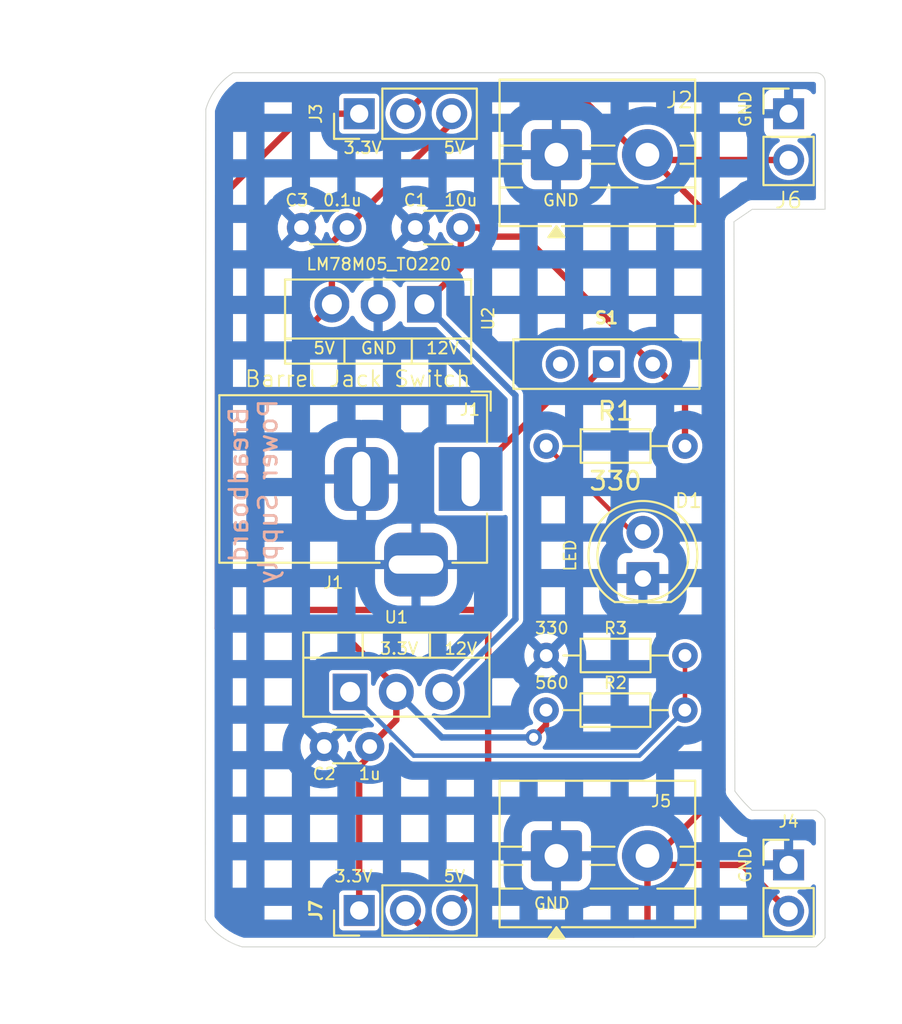
<source format=kicad_pcb>
(kicad_pcb (version 20241229) (generator "pcbnew") (generator_version "9.0")
  (layers (0 "F.Cu" signal) (2 "B.Cu" signal) (13 "F.Paste" user) (15 "B.Paste" user) (5 "F.SilkS" user "F.Silkscreen") (7 "B.SilkS" user "B.Silkscreen") (1 "F.Mask" user) (3 "B.Mask" user) (25 "Edge.Cuts" user))
  (net 0 "")
  (net 1 "/12V")
  (net 2 "GND")
  (net 3 "/3.3V")
  (net 4 "/5V")
  (net 5 "Net-(D1-A)")
  (net 6 "/PWR_input")
  (net 7 "/PWR_output")
  (net 8 "Net-(U1-ADJ)")
  (footprint "TerminalBlock:TerminalBlock_MaiXu_MX126-5.0-02P_1x02_P5.00mm" (layer "F.Cu") (at 243.75 150.5)
    (property "Reference" "J5" (hide yes))
    (property "Value" "Screw_Terminal_01x02")
    (fp_line (start -3.12 -4.12) (end 7.62 -4.12) (stroke (width 0.12)) (layer "F.SilkS"))
    (fp_line (start -3.12 -0.5) (end -1.88 -0.5) (stroke (width 0.12)) (layer "F.SilkS"))
    (fp_line (start -3.12 0.5) (end -1.88 0.5) (stroke (width 0.12)) (layer "F.SilkS"))
    (fp_line (start -3.12 1.8) (end -1.88 1.8) (stroke (width 0.12)) (layer "F.SilkS"))
    (fp_line (start -3.12 3.92) (end -3.12 -4.12) (stroke (width 0.12)) (layer "F.SilkS"))
    (fp_line (start -0.3 3.92) (end -3.12 3.92) (stroke (width 0.12)) (layer "F.SilkS"))
    (fp_line (start 1.88 -0.5) (end 3.188 -0.5) (stroke (width 0.12)) (layer "F.SilkS"))
    (fp_line (start 1.88 0.5) (end 3.188 0.5) (stroke (width 0.12)) (layer "F.SilkS"))
    (fp_line (start 1.88 1.8) (end 4.457 1.8) (stroke (width 0.12)) (layer "F.SilkS"))
    (fp_line (start 5.543 1.8) (end 7.62 1.8) (stroke (width 0.12)) (layer "F.SilkS"))
    (fp_line (start 6.812 -0.5) (end 7.62 -0.5) (stroke (width 0.12)) (layer "F.SilkS"))
    (fp_line (start 6.812 0.5) (end 7.62 0.5) (stroke (width 0.12)) (layer "F.SilkS"))
    (fp_line (start 7.62 -4.12) (end 7.62 3.92) (stroke (width 0.12)) (layer "F.SilkS"))
    (fp_line (start 7.62 3.92) (end 0.3 3.92) (stroke (width 0.12)) (layer "F.SilkS"))
    (fp_poly (pts (xy 0 3.92) (xy 0.44 4.53) (xy -0.44 4.53)) (stroke (width 0.12)) (fill yes) (layer "F.SilkS"))
    (fp_text user "${REFERENCE}" (at 5.75 -3 0) (layer "F.SilkS") (effects (font (size 0.6444 0.6444) (thickness 0.0992))))
    (pad "1" thru_hole roundrect (at 0 0) (size 2.8 2.8) (drill 1.3) (layers "*.Cu" "*.Mask") (roundrect_rratio 0.089286) (net 2 "GND"))
    (pad "2" thru_hole circle (at 5 0) (size 2.8 2.8) (drill 1.3) (layers "*.Cu" "*.Mask") (net 7 "/PWR_output"))
  )
  (footprint "Package_TO_SOT_THT:TO-220-3_Vertical" (layer "F.Cu") (at 232.42 141.5)
    (property "Reference" "U1" (at 2.54 -4.1 0) (layer "F.SilkS") (effects (font (size 0.6444 0.6444) (thickness 0.0992))))
    (property "Value" "LM317_TO-220")
    (fp_line (start -2.57 -3.26) (end 7.65 -3.26) (stroke (width 0.12)) (layer "F.SilkS"))
    (fp_line (start -2.57 -1.88) (end 7.65 -1.88) (stroke (width 0.12)) (layer "F.SilkS"))
    (fp_line (start -2.57 1.36) (end -2.57 -3.26) (stroke (width 0.12)) (layer "F.SilkS"))
    (fp_line (start 0.69 -3.26) (end 0.69 -1.88) (stroke (width 0.12)) (layer "F.SilkS"))
    (fp_line (start 4.39 -3.26) (end 4.39 -1.88) (stroke (width 0.12)) (layer "F.SilkS"))
    (fp_line (start 7.65 -3.26) (end 7.65 1.36) (stroke (width 0.12)) (layer "F.SilkS"))
    (fp_line (start 7.65 1.36) (end -2.57 1.36) (stroke (width 0.12)) (layer "F.SilkS"))
    (pad "1" thru_hole rect (at 0 0) (size 1.905 2) (drill 1.1) (layers "*.Cu" "*.Mask") (net 8 "Net-(U1-ADJ)"))
    (pad "2" thru_hole oval (at 2.54 0) (size 1.905 2) (drill 1.1) (layers "*.Cu" "*.Mask") (net 3 "/3.3V"))
    (pad "3" thru_hole oval (at 5.08 0) (size 1.905 2) (drill 1.1) (layers "*.Cu" "*.Mask") (net 1 "/12V"))
  )
  (footprint "Connector_PinHeader_2.54mm:PinHeader_1x03_P2.54mm_Vertical" (layer "F.Cu") (at 232.92 109.75 90)
    (property "Reference" "J3" (at 0 -2.38 90) (layer "F.SilkS") (effects (font (size 0.6444 0.6444) (thickness 0.0992))))
    (property "Value" "Conn_01x03_Pin")
    (fp_line (start -1.38 -1.38) (end 0 -1.38) (stroke (width 0.12)) (layer "F.SilkS"))
    (fp_line (start -1.38 0) (end -1.38 -1.38) (stroke (width 0.12)) (layer "F.SilkS"))
    (fp_line (start 1.38 1.27) (end 1.38 6.46) (stroke (width 0.12)) (layer "F.SilkS"))
    (fp_line (start -1.38 1.27) (end 1.38 1.27) (stroke (width 0.12)) (layer "F.SilkS"))
    (fp_line (start -1.38 1.27) (end -1.38 6.46) (stroke (width 0.12)) (layer "F.SilkS"))
    (fp_line (start -1.38 6.46) (end 1.38 6.46) (stroke (width 0.12)) (layer "F.SilkS"))
    (pad "1" thru_hole rect (at 0 0 90) (size 1.7 1.7) (drill 1) (layers "*.Cu" "*.Mask") (net 3 "/3.3V"))
    (pad "2" thru_hole circle (at 0 2.54 90) (size 1.7 1.7) (drill 1) (layers "*.Cu" "*.Mask") (net 7 "/PWR_output"))
    (pad "3" thru_hole circle (at 0 5.08 90) (size 1.7 1.7) (drill 1) (layers "*.Cu" "*.Mask") (net 4 "/5V"))
  )
  (footprint "Connector_PinHeader_2.54mm:PinHeader_1x03_P2.54mm_Vertical" (layer "F.Cu") (at 232.92 153.5 90)
    (property "Reference" "J7" (at 0 -2.38 90) (layer "F.SilkS") (effects (font (size 0.6444 0.6444))))
    (property "Value" "Conn_01x03_Pin")
    (fp_line (start -1.38 -1.38) (end 0 -1.38) (stroke (width 0.12)) (layer "F.SilkS"))
    (fp_line (start -1.38 0) (end -1.38 -1.38) (stroke (width 0.12)) (layer "F.SilkS"))
    (fp_line (start 1.38 1.27) (end 1.38 6.46) (stroke (width 0.12)) (layer "F.SilkS"))
    (fp_line (start -1.38 1.27) (end 1.38 1.27) (stroke (width 0.12)) (layer "F.SilkS"))
    (fp_line (start -1.38 1.27) (end -1.38 6.46) (stroke (width 0.12)) (layer "F.SilkS"))
    (fp_line (start -1.38 6.46) (end 1.38 6.46) (stroke (width 0.12)) (layer "F.SilkS"))
    (pad "1" thru_hole rect (at 0 0 90) (size 1.7 1.7) (drill 1) (layers "*.Cu" "*.Mask") (net 3 "/3.3V"))
    (pad "2" thru_hole circle (at 0 2.54 90) (size 1.7 1.7) (drill 1) (layers "*.Cu" "*.Mask") (net 7 "/PWR_output"))
    (pad "3" thru_hole circle (at 0 5.08 90) (size 1.7 1.7) (drill 1) (layers "*.Cu" "*.Mask") (net 4 "/5V"))
  )
  (footprint "Connector_PinHeader_2.54mm:PinHeader_1x02_P2.54mm_Vertical" (layer "F.Cu") (at 256.5 151)
    (property "Reference" "J4" (at 0 -2.38 0) (layer "F.SilkS") (effects (font (size 0.6444 0.6444) (thickness 0.0992))))
    (property "Value" "Conn_01x02_Pin")
    (fp_line (start -1.38 -1.38) (end 0 -1.38) (stroke (width 0.12)) (layer "F.SilkS"))
    (fp_line (start -1.38 0) (end -1.38 -1.38) (stroke (width 0.12)) (layer "F.SilkS"))
    (fp_line (start -1.38 1.27) (end -1.38 3.92) (stroke (width 0.12)) (layer "F.SilkS"))
    (fp_line (start -1.38 1.27) (end 1.38 1.27) (stroke (width 0.12)) (layer "F.SilkS"))
    (fp_line (start -1.38 3.92) (end 1.38 3.92) (stroke (width 0.12)) (layer "F.SilkS"))
    (fp_line (start 1.38 1.27) (end 1.38 3.92) (stroke (width 0.12)) (layer "F.SilkS"))
    (pad "1" thru_hole rect (at 0 0) (size 1.7 1.7) (drill 1) (layers "*.Cu" "*.Mask") (net 2 "GND"))
    (pad "2" thru_hole circle (at 0 2.54) (size 1.7 1.7) (drill 1) (layers "*.Cu" "*.Mask") (net 7 "/PWR_output"))
  )
  (footprint "Resistor_THT:R_Axial_DIN0204_L3.6mm_D1.6mm_P7.62mm_Horizontal" (layer "F.Cu") (at 250.8 142.5 180)
    (property "Reference" "R2" (at 3.81 1.5 0) (layer "F.SilkS") (effects (font (size 0.6444 0.6444) (thickness 0.0992))))
    (property "Value" "330" (at 7.3 4.5 0) (layer "F.SilkS") (effects (font (size 0.6444 0.6444) (thickness 0.0992))))
    (fp_line (start 6.68 0) (end 5.73 0) (stroke (width 0.12)) (layer "F.SilkS"))
    (fp_line (start 0.94 0) (end 1.89 0) (stroke (width 0.12)) (layer "F.SilkS"))
    (fp_rect (start 1.89 -0.92) (end 5.73 0.92) (stroke (width 0.12)) (fill no) (layer "F.SilkS"))
    (pad "1" thru_hole circle (at 0 0 180) (size 1.4 1.4) (drill 0.7) (layers "*.Cu" "*.Mask") (net 8 "Net-(U1-ADJ)"))
    (pad "2" thru_hole circle (at 7.62 0 180) (size 1.4 1.4) (drill 0.7) (layers "*.Cu" "*.Mask") (net 3 "/3.3V"))
  )
  (footprint "Connector_BarrelJack:BarrelJack_Horizontal" (layer "F.Cu") (at 239.04 129.8075)
    (property "Reference" "J1" (at -7.54 5.6925 0) (layer "F.SilkS") (effects (font (size 0.6444 0.6444) (thickness 0.0992))))
    (property "Value" "Barrel Jack Switch" (at -6.2 -5.5 0) (layer "F.SilkS") (effects (font (size 0.873 0.873) (thickness 0.0992))))
    (fp_line (start -13.8 -4.6) (end 0.9 -4.6) (stroke (width 0.12)) (layer "F.SilkS"))
    (fp_line (start -13.8 4.6) (end -13.8 -4.6) (stroke (width 0.12)) (layer "F.SilkS"))
    (fp_line (start -5 4.6) (end -13.8 4.6) (stroke (width 0.12)) (layer "F.SilkS"))
    (fp_line (start 0.05 -4.8) (end 1.1 -4.8) (stroke (width 0.12)) (layer "F.SilkS"))
    (fp_line (start 0.9 -4.6) (end 0.9 -2) (stroke (width 0.12)) (layer "F.SilkS"))
    (fp_line (start 0.9 1.9) (end 0.9 4.6) (stroke (width 0.12)) (layer "F.SilkS"))
    (fp_line (start 0.9 4.6) (end -1 4.6) (stroke (width 0.12)) (layer "F.SilkS"))
    (fp_line (start 1.1 -3.75) (end 1.1 -4.8) (stroke (width 0.12)) (layer "F.SilkS"))
    (fp_text user "${REFERENCE}" (at -0.04 -3.8075 0) (layer "F.SilkS") (effects (font (size 0.6444 0.6444) (thickness 0.0992))))
    (pad "1" thru_hole rect (at 0 0) (size 3.5 3.5) (drill oval 1 3) (layers "*.Cu" "*.Mask") (net 6 "/PWR_input"))
    (pad "2" thru_hole roundrect (at -6 0) (size 3 3.5) (drill oval 1 3) (layers "*.Cu" "*.Mask") (net 2 "GND"))
    (pad "3" thru_hole roundrect (at -3 4.7) (size 3.5 3.5) (drill oval 3 1) (layers "*.Cu" "*.Mask") (net 2 "GND"))
  )
  (footprint "Resistor_THT:R_Axial_DIN0204_L3.6mm_D1.6mm_P7.62mm_Horizontal" (layer "F.Cu") (at 243.19 139.5)
    (property "Reference" "R3" (at 3.81 -1.5 0) (layer "F.SilkS") (effects (font (size 0.6444 0.6444) (thickness 0.0992))))
    (property "Value" "560" (at 0.31 1.5 0) (layer "F.SilkS") (effects (font (size 0.6444 0.6444) (thickness 0.0992))))
    (fp_line (start 0.94 0) (end 1.89 0) (stroke (width 0.12)) (layer "F.SilkS"))
    (fp_line (start 6.68 0) (end 5.73 0) (stroke (width 0.12)) (layer "F.SilkS"))
    (fp_rect (start 1.89 -0.92) (end 5.73 0.92) (stroke (width 0.12)) (fill no) (layer "F.SilkS"))
    (pad "1" thru_hole circle (at 0 0) (size 1.4 1.4) (drill 0.7) (layers "*.Cu" "*.Mask") (net 2 "GND"))
    (pad "2" thru_hole circle (at 7.62 0) (size 1.4 1.4) (drill 0.7) (layers "*.Cu" "*.Mask") (net 8 "Net-(U1-ADJ)"))
  )
  (footprint "Button_Switch_THT:SW_Slide-03_Wuerth-WS-SLTV_10x2.5x6.4_P2.54mm" (layer "F.Cu") (at 246.5 123.5)
    (property "Reference" "S1" (at 0 -2.54 0) (layer "F.SilkS") (effects (font (size 0.6444 0.6444))))
    (property "Value" "SW_Wuerth_450301014042")
    (fp_rect (start -5.11 -1.36) (end 5.11 1.36) (stroke (width 0.12)) (fill no) (layer "F.SilkS"))
    (pad "1" thru_hole rect (at 0 0) (size 1.5 1.5) (drill 0.8) (layers "*.Cu" "*.Mask") (net 6 "/PWR_input"))
    (pad "2" thru_hole circle (at -2.54 0) (size 1.6 1.6) (drill 0.8) (layers "*.Cu" "*.Mask"))
    (pad "3" thru_hole circle (at 2.54 0) (size 1.6 1.6) (drill 0.8) (layers "*.Cu" "*.Mask") (net 1 "/12V"))
  )
  (footprint "LED_THT:LED_D5.0mm" (layer "F.Cu") (at 248.5 135.275 90)
    (property "Reference" "D1" (at 4.275 2.5 180) (layer "F.SilkS") (effects (font (size 0.7714 0.746) (thickness 0.0992))))
    (property "Value" "LED" (at 1.27 -4 90) (layer "F.SilkS") (effects (font (size 0.6444 0.6444) (thickness 0.0992))))
    (fp_line (start -1.29 -1.545) (end -1.29 1.545) (stroke (width 0.12)) (layer "F.SilkS"))
    (fp_arc (start -1.29 -1.54483) (mid 2.071779 -2.880495) (end 4.26 0) (stroke (width 0.12)) (layer "F.SilkS"))
    (fp_arc (start 4.26 0) (mid 2.071779 2.880495) (end -1.29 1.54483) (stroke (width 0.12)) (layer "F.SilkS"))
    (fp_circle (center 1.27 0) (end 3.77 0) (stroke (width 0.12)) (fill no) (layer "F.SilkS"))
    (pad "1" thru_hole rect (at 0 0 90) (size 1.8 1.8) (drill 0.9) (layers "*.Cu" "*.Mask") (net 2 "GND"))
    (pad "2" thru_hole circle (at 2.54 0 90) (size 1.8 1.8) (drill 0.9) (layers "*.Cu" "*.Mask") (net 5 "Net-(D1-A)"))
  )
  (footprint "Capacitor_THT:C_Disc_D3.0mm_W1.6mm_P2.50mm" (layer "F.Cu") (at 238.5 116 180)
    (property "Reference" "C1" (at 2.5 1.5 0) (layer "F.SilkS") (effects (font (size 0.6444 0.6444) (thickness 0.0992))))
    (property "Value" "10u" (at 0 1.5 0) (layer "F.SilkS") (effects (font (size 0.6444 0.6444) (thickness 0.0992))))
    (fp_line (start 2.015 0.92) (end 0.485 0.92) (stroke (width 0.12)) (layer "F.SilkS"))
    (fp_line (start 0.485 -0.92) (end 2.015 -0.92) (stroke (width 0.12)) (layer "F.SilkS"))
    (pad "1" thru_hole circle (at 0 0 180) (size 1.6 1.6) (drill 0.8) (layers "*.Cu" "*.Mask") (net 1 "/12V"))
    (pad "2" thru_hole circle (at 2.5 0 180) (size 1.6 1.6) (drill 0.8) (layers "*.Cu" "*.Mask") (net 2 "GND"))
  )
  (footprint "Capacitor_THT:C_Disc_D3.0mm_W1.6mm_P2.50mm" (layer "F.Cu") (at 233.5 144.5 180)
    (property "Reference" "C2" (at 2.5 -1.5 0) (layer "F.SilkS") (effects (font (size 0.6444 0.6444) (thickness 0.0992))))
    (property "Value" "1u" (at 0 -1.5 0) (layer "F.SilkS") (effects (font (size 0.6444 0.6444) (thickness 0.0992))))
    (fp_line (start 2.015 0.92) (end 0.485 0.92) (stroke (width 0.12)) (layer "F.SilkS"))
    (fp_line (start 0.485 -0.92) (end 2.015 -0.92) (stroke (width 0.12)) (layer "F.SilkS"))
    (pad "1" thru_hole circle (at 0 0 180) (size 1.6 1.6) (drill 0.8) (layers "*.Cu" "*.Mask") (net 3 "/3.3V"))
    (pad "2" thru_hole circle (at 2.5 0 180) (size 1.6 1.6) (drill 0.8) (layers "*.Cu" "*.Mask") (net 2 "GND"))
  )
  (footprint "Package_TO_SOT_THT:TO-220-3_Vertical" (layer "F.Cu") (at 236.5 120.215 180)
    (property "Reference" "U2" (at -3.5 -0.785 90) (layer "F.SilkS") (effects (font (size 0.6444 0.6444) (thickness 0.0992))))
    (property "Value" "LM78M05_TO220" (at 2.5 2.2 0) (layer "F.SilkS") (effects (font (size 0.6444 0.6444) (thickness 0.0992))))
    (fp_line (start 7.65 1.36) (end -2.57 1.36) (stroke (width 0.12)) (layer "F.SilkS"))
    (fp_line (start 7.65 -3.26) (end 7.65 1.36) (stroke (width 0.12)) (layer "F.SilkS"))
    (fp_line (start 4.39 -3.26) (end 4.39 -1.88) (stroke (width 0.12)) (layer "F.SilkS"))
    (fp_line (start 0.69 -3.26) (end 0.69 -1.88) (stroke (width 0.12)) (layer "F.SilkS"))
    (fp_line (start -2.57 1.36) (end -2.57 -3.26) (stroke (width 0.12)) (layer "F.SilkS"))
    (fp_line (start -2.57 -1.88) (end 7.65 -1.88) (stroke (width 0.12)) (layer "F.SilkS"))
    (fp_line (start -2.57 -3.26) (end 7.65 -3.26) (stroke (width 0.12)) (layer "F.SilkS"))
    (pad "1" thru_hole rect (at 0 0 180) (size 1.905 2) (drill 1.1) (layers "*.Cu" "*.Mask") (net 1 "/12V"))
    (pad "2" thru_hole oval (at 2.54 0 180) (size 1.905 2) (drill 1.1) (layers "*.Cu" "*.Mask") (net 2 "GND"))
    (pad "3" thru_hole oval (at 5.08 0 180) (size 1.905 2) (drill 1.1) (layers "*.Cu" "*.Mask") (net 4 "/5V"))
  )
  (footprint "Capacitor_THT:C_Disc_D3.0mm_W1.6mm_P2.50mm" (layer "F.Cu") (at 232.25 116 180)
    (property "Reference" "C3" (at 2.75 1.5 0) (layer "F.SilkS") (effects (font (size 0.6444 0.6444) (thickness 0.0992))))
    (property "Value" "0.1u" (at 0.25 1.5 0) (layer "F.SilkS") (effects (font (size 0.6444 0.6444) (thickness 0.0992))))
    (fp_line (start 2.015 0.92) (end 0.485 0.92) (stroke (width 0.12)) (layer "F.SilkS"))
    (fp_line (start 0.485 -0.92) (end 2.015 -0.92) (stroke (width 0.12)) (layer "F.SilkS"))
    (pad "1" thru_hole circle (at 0 0 180) (size 1.6 1.6) (drill 0.8) (layers "*.Cu" "*.Mask") (net 4 "/5V"))
    (pad "2" thru_hole circle (at 2.5 0 180) (size 1.6 1.6) (drill 0.8) (layers "*.Cu" "*.Mask") (net 2 "GND"))
  )
  (footprint "Connector_PinHeader_2.54mm:PinHeader_1x02_P2.54mm_Vertical" (layer "F.Cu") (at 256.5 109.75)
    (property "Reference" "J6" (at 0 4.75 0) (layer "F.SilkS") (effects (font (size 0.873 0.873) (thickness 0.0992))))
    (property "Value" "Conn_01x02_Pin")
    (fp_line (start -1.38 -1.38) (end 0 -1.38) (stroke (width 0.12)) (layer "F.SilkS"))
    (fp_line (start -1.38 0) (end -1.38 -1.38) (stroke (width 0.12)) (layer "F.SilkS"))
    (fp_line (start -1.38 1.27) (end -1.38 3.92) (stroke (width 0.12)) (layer "F.SilkS"))
    (fp_line (start -1.38 1.27) (end 1.38 1.27) (stroke (width 0.12)) (layer "F.SilkS"))
    (fp_line (start -1.38 3.92) (end 1.38 3.92) (stroke (width 0.12)) (layer "F.SilkS"))
    (fp_line (start 1.38 1.27) (end 1.38 3.92) (stroke (width 0.12)) (layer "F.SilkS"))
    (pad "1" thru_hole rect (at 0 0) (size 1.7 1.7) (drill 1) (layers "*.Cu" "*.Mask") (net 2 "GND"))
    (pad "2" thru_hole circle (at 0 2.54) (size 1.7 1.7) (drill 1) (layers "*.Cu" "*.Mask") (net 7 "/PWR_output"))
  )
  (footprint "TerminalBlock:TerminalBlock_MaiXu_MX126-5.0-02P_1x02_P5.00mm" (layer "F.Cu") (at 243.75 112)
    (property "Reference" "J2" (hide yes))
    (property "Value" "Screw_Terminal_01x02")
    (fp_line (start -3.12 -4.12) (end 7.62 -4.12) (stroke (width 0.12)) (layer "F.SilkS"))
    (fp_line (start -3.12 -0.5) (end -1.88 -0.5) (stroke (width 0.12)) (layer "F.SilkS"))
    (fp_line (start -3.12 0.5) (end -1.88 0.5) (stroke (width 0.12)) (layer "F.SilkS"))
    (fp_line (start -3.12 1.8) (end -1.88 1.8) (stroke (width 0.12)) (layer "F.SilkS"))
    (fp_line (start -3.12 3.92) (end -3.12 -4.12) (stroke (width 0.12)) (layer "F.SilkS"))
    (fp_line (start -0.3 3.92) (end -3.12 3.92) (stroke (width 0.12)) (layer "F.SilkS"))
    (fp_line (start 1.88 -0.5) (end 3.188 -0.5) (stroke (width 0.12)) (layer "F.SilkS"))
    (fp_line (start 1.88 0.5) (end 3.188 0.5) (stroke (width 0.12)) (layer "F.SilkS"))
    (fp_line (start 1.88 1.8) (end 4.457 1.8) (stroke (width 0.12)) (layer "F.SilkS"))
    (fp_line (start 5.543 1.8) (end 7.62 1.8) (stroke (width 0.12)) (layer "F.SilkS"))
    (fp_line (start 6.812 -0.5) (end 7.62 -0.5) (stroke (width 0.12)) (layer "F.SilkS"))
    (fp_line (start 6.812 0.5) (end 7.62 0.5) (stroke (width 0.12)) (layer "F.SilkS"))
    (fp_line (start 7.62 -4.12) (end 7.62 3.92) (stroke (width 0.12)) (layer "F.SilkS"))
    (fp_line (start 7.62 3.92) (end 0.3 3.92) (stroke (width 0.12)) (layer "F.SilkS"))
    (fp_poly (pts (xy 0 3.92) (xy 0.44 4.53) (xy -0.44 4.53)) (stroke (width 0.12)) (fill yes) (layer "F.SilkS"))
    (fp_text user "${REFERENCE}" (at 6.75 -3 0) (layer "F.SilkS") (effects (font (size 0.873 0.873) (thickness 0.0992))))
    (pad "1" thru_hole roundrect (at 0 0) (size 2.8 2.8) (drill 1.3) (layers "*.Cu" "*.Mask") (roundrect_rratio 0.089286) (net 2 "GND"))
    (pad "2" thru_hole circle (at 5 0) (size 2.8 2.8) (drill 1.3) (layers "*.Cu" "*.Mask") (net 7 "/PWR_output"))
  )
  (footprint "Resistor_THT:R_Axial_DIN0204_L3.6mm_D1.6mm_P7.62mm_Horizontal" (layer "F.Cu") (at 243.19 128)
    (property "Reference" "R1" (at 3.81 -1.92 0) (layer "F.SilkS"))
    (property "Value" "330" (at 3.81 1.92 0) (layer "F.SilkS"))
    (fp_line (start 0.94 0) (end 1.89 0) (stroke (width 0.12)) (layer "F.SilkS"))
    (fp_line (start 6.68 0) (end 5.73 0) (stroke (width 0.12)) (layer "F.SilkS"))
    (fp_rect (start 1.89 -0.92) (end 5.73 0.92) (stroke (width 0.12)) (fill no) (layer "F.SilkS"))
    (pad "1" thru_hole circle (at 0 0) (size 1.4 1.4) (drill 0.7) (layers "*.Cu" "*.Mask") (net 5 "Net-(D1-A)"))
    (pad "2" thru_hole circle (at 7.62 0) (size 1.4 1.4) (drill 0.7) (layers "*.Cu" "*.Mask") (net 1 "/12V"))
  )
  (gr_line (start 254.5 115.000001) (end 258 114.999999) (stroke (width 0.05)) (layer "Edge.Cuts"))
  (gr_arc (start 258 148) (mid 258.290569 148.209431) (end 258.5 148.5) (stroke (width 0.05)) (layer "Edge.Cuts"))
  (gr_arc (start 226.5 155.5) (mid 225.353873 154.940092) (end 224.471291 154.019139) (stroke (width 0.05)) (layer "Edge.Cuts"))
  (gr_line (start 258.5 115) (end 258.5 113.999997) (stroke (width 0.05)) (layer "Edge.Cuts"))
  (gr_line (start 258 148) (end 254.500001 148) (stroke (width 0.05)) (layer "Edge.Cuts"))
  (gr_line (start 258 107.5) (end 226 107.500001) (stroke (width 0.05)) (layer "Edge.Cuts"))
  (gr_line (start 224.499062 109.503569) (end 224.471291 154.019137) (stroke (width 0.05)) (layer "Edge.Cuts"))
  (gr_line (start 258.5 155) (end 258.5 148.5) (stroke (width 0.05)) (layer "Edge.Cuts"))
  (gr_line (start 253.549504 146.947657) (end 253.5 115.683379) (stroke (width 0.05)) (layer "Edge.Cuts"))
  (gr_arc (start 258.5 155) (mid 258.267767 155.267767) (end 258 155.5) (stroke (width 0.05)) (layer "Edge.Cuts"))
  (gr_arc (start 254.500865 148.007128) (mid 254 147.5) (end 253.549504 146.947644) (stroke (width 0.05)) (layer "Edge.Cuts"))
  (gr_line (start 226.5 155.5) (end 258 155.5) (stroke (width 0.05)) (layer "Edge.Cuts"))
  (gr_curve (pts (xy 253.5 115.683379) (xy 254.5 115.000001) (xy 254.5 115.000001) (xy 254.5 115.000001)) (stroke (width 0.05)) (layer "Edge.Cuts"))
  (gr_line (start 258.5 108) (end 258.5 113.999997) (stroke (width 0.05)) (layer "Edge.Cuts"))
  (gr_arc (start 224.499063 109.503569) (mid 225.067728 108.366603) (end 226 107.502345) (stroke (width 0.05)) (layer "Edge.Cuts"))
  (gr_arc (start 258 107.5) (mid 258.353553 107.646447) (end 258.5 108) (stroke (width 0.05)) (layer "Edge.Cuts"))
  (gr_line (start 258 115) (end 258.5 115) (stroke (width 0.05)) (layer "Edge.Cuts"))
  (gr_text "GND" (at 244 114.5 0) (layer "F.SilkS") (effects (font (size 0.6444 0.6444) (thickness 0.1))))
  (gr_text "3.3V" (at 232 112 0) (layer "F.SilkS") (effects (font (size 0.6444 0.6444) (thickness 0.1)) (justify left bottom)))
  (gr_text "3.3V" (at 231.5 152 0) (layer "F.SilkS") (effects (font (size 0.6444 0.6444) (thickness 0.1)) (justify left bottom)))
  (gr_text "GND" (at 254.5 109.5 90) (layer "F.SilkS") (effects (font (size 0.6444 0.6444) (thickness 0.1)) (justify bottom)))
  (gr_text "5V" (at 231 123 0) (layer "F.SilkS") (effects (font (size 0.6444 0.6444) (thickness 0.1)) (justify bottom)))
  (gr_text "12V" (at 238.5 139.5 0) (layer "F.SilkS") (effects (font (size 0.6444 0.6444) (thickness 0.1)) (justify bottom)))
  (gr_text "3.3V" (at 234 139.5 0) (layer "F.SilkS") (effects (font (size 0.6444 0.6444) (thickness 0.1)) (justify left bottom)))
  (gr_text "GND" (at 243.5 153.5 0) (layer "F.SilkS") (effects (font (size 0.6444 0.6444) (thickness 0.1)) (justify bottom)))
  (gr_text "5V" (at 237.5 112 0) (layer "F.SilkS") (effects (font (size 0.6444 0.6444) (thickness 0.1)) (justify left bottom)))
  (gr_text "GND" (at 254.5 151 90) (layer "F.SilkS") (effects (font (size 0.6444 0.6444) (thickness 0.1)) (justify bottom)))
  (gr_text "12V" (at 237.5 123 0) (layer "F.SilkS") (effects (font (size 0.6444 0.6444) (thickness 0.1)) (justify bottom)))
  (gr_text "5V" (at 237.5 152 0) (layer "F.SilkS") (effects (font (size 0.6444 0.6444) (thickness 0.1)) (justify left bottom)))
  (gr_text "GND" (at 234 123 0) (layer "F.SilkS") (effects (font (size 0.6444 0.6444) (thickness 0.1)) (justify bottom)))
  (gr_text "Breadboard \nPower Supply" (at 228.5 130.5 90) (layer "B.SilkS") (effects (font (size 1 1) (thickness 0.1508)) (justify bottom mirror)))
  (segment (start 249 123.5) (end 249.04 123.5) (width 0.35) (layer "F.Cu") (net 1))
  (segment (start 238.5 116) (end 239.5 116) (width 0.35) (layer "F.Cu") (net 1))
  (segment (start 238.5 118.215) (end 236.5 120.215) (width 0.35) (layer "F.Cu") (net 1))
  (segment (start 242 116.5) (end 249 123.5) (width 0.35) (layer "F.Cu") (net 1))
  (segment (start 250.81 128) (end 250.81 125.27) (width 0.35) (layer "F.Cu") (net 1))
  (segment (start 240 116.5) (end 242 116.5) (width 0.35) (layer "F.Cu") (net 1))
  (segment (start 239.5 116) (end 240 116.5) (width 0.35) (layer "F.Cu") (net 1))
  (segment (start 250.81 125.27) (end 249.04 123.5) (width 0.35) (layer "F.Cu") (net 1))
  (segment (start 238.5 116) (end 238.5 118.215) (width 0.35) (layer "F.Cu") (net 1))
  (segment (start 236.5 120.215) (end 241.5 125.215) (width 0.35) (layer "B.Cu") (net 1))
  (segment (start 241.5 125.215) (end 241.5 137.5) (width 0.35) (layer "B.Cu") (net 1))
  (segment (start 241.5 137.5) (end 237.5 141.5) (width 0.35) (layer "B.Cu") (net 1))
  (segment (start 225.171945 114.500731) (end 229.922676 109.75) (width 0.35) (layer "F.Cu") (net 3))
  (segment (start 243.18 142.5) (end 243.18 143.32) (width 0.35) (layer "F.Cu") (net 3))
  (segment (start 234.96 141.2355) (end 231.7245 138) (width 0.35) (layer "F.Cu") (net 3))
  (segment (start 234.96 141.5) (end 234.96 141.2355) (width 0.35) (layer "F.Cu") (net 3))
  (segment (start 225.158318 138) (end 225.157284 138.001034) (width 0.35) (layer "F.Cu") (net 3))
  (segment (start 225.157284 138.001034) (end 225.171945 114.500731) (width 0.35) (layer "F.Cu") (net 3))
  (segment (start 243.18 143.32) (end 242.5 144) (width 0.35) (layer "F.Cu") (net 3))
  (segment (start 233.5 145) (end 232.92 145.58) (width 0.35) (layer "F.Cu") (net 3))
  (segment (start 234.96 143.04) (end 234.96 141.5) (width 0.35) (layer "F.Cu") (net 3))
  (segment (start 233.5 144.5) (end 233.5 145) (width 0.35) (layer "F.Cu") (net 3))
  (segment (start 233.5 144.5) (end 234.96 143.04) (width 0.35) (layer "F.Cu") (net 3))
  (segment (start 229.922676 109.75) (end 232.92 109.75) (width 0.35) (layer "F.Cu") (net 3))
  (segment (start 232.92 145.58) (end 232.92 153.5) (width 0.35) (layer "F.Cu") (net 3))
  (segment (start 231.7245 138) (end 225.158318 138) (width 0.35) (layer "F.Cu") (net 3))
  (via (at 242.5 144) (size 0.9) (drill 0.5) (layers "F.Cu" "B.Cu") (net 3))
  (segment (start 237.46 144) (end 234.96 141.5) (width 0.35) (layer "B.Cu") (net 3))
  (segment (start 242.5 144) (end 237.46 144) (width 0.35) (layer "B.Cu") (net 3))
  (segment (start 238 110.25) (end 238 109.75) (width 0.35) (layer "F.Cu") (net 4))
  (segment (start 229.5 122.135) (end 231.42 120.215) (width 0.35) (layer "F.Cu") (net 4))
  (segment (start 240 151.5) (end 240 137) (width 0.35) (layer "F.Cu") (net 4))
  (segment (start 229.5 137) (end 229.5 122.135) (width 0.35) (layer "F.Cu") (net 4))
  (segment (start 231.42 120.215) (end 231.42 116.83) (width 0.35) (layer "F.Cu") (net 4))
  (segment (start 232.25 116) (end 238 110.25) (width 0.35) (layer "F.Cu") (net 4))
  (segment (start 238 153.5) (end 240 151.5) (width 0.35) (layer "F.Cu") (net 4))
  (segment (start 240 137) (end 229.5 137) (width 0.35) (layer "F.Cu") (net 4))
  (segment (start 231.42 116.83) (end 232.25 116) (width 0.35) (layer "F.Cu") (net 4))
  (segment (start 247.925 132.735) (end 248.5 132.735) (width 0.25) (layer "F.Cu") (net 5))
  (segment (start 243.19 128) (end 247.925 132.735) (width 0.25) (layer "F.Cu") (net 5))
  (segment (start 239.04 129.8075) (end 243.3475 125.5) (width 0.35) (layer "F.Cu") (net 6))
  (segment (start 244.5 125.5) (end 246.5 123.5) (width 0.35) (layer "F.Cu") (net 6))
  (segment (start 243.3475 125.5) (end 244.5 125.5) (width 0.35) (layer "F.Cu") (net 6))
  (segment (start 248 154.824) (end 236.784 154.824) (width 0.35) (layer "F.Cu") (net 7))
  (segment (start 252 145.99224) (end 252 115.25) (width 0.35) (layer "F.Cu") (net 7))
  (segment (start 248.75 151) (end 248.75 154.074) (width 0.35) (layer "F.Cu") (net 7))
  (segment (start 244.75 108.5) (end 248.75 112.5) (width 0.35) (layer "F.Cu") (net 7))
  (segment (start 237.471463 108.474) (end 238.528537 108.474) (width 0.35) (layer "F.Cu") (net 7))
  (segment (start 235.46 109.75) (end 236.71 108.5) (width 0.35) (layer "F.Cu") (net 7))
  (segment (start 256.5 112.29) (end 248.96 112.29) (width 0.35) (layer "F.Cu") (net 7))
  (segment (start 253.96 151) (end 248.75 151) (width 0.35) (layer "F.Cu") (net 7))
  (segment (start 248.96 112.29) (end 248.75 112.5) (width 0.35) (layer "F.Cu") (net 7))
  (segment (start 252.871613 146.878387) (end 252.873373 146.865613) (width 0.35) (layer "F.Cu") (net 7))
  (segment (start 236.71 108.5) (end 237.445463 108.5) (width 0.35) (layer "F.Cu") (net 7))
  (segment (start 252 115.25) (end 248.75 112) (width 0.35) (layer "F.Cu") (net 7))
  (segment (start 248.75 154.074) (end 248 154.824) (width 0.35) (layer "F.Cu") (net 7))
  (segment (start 236.784 154.824) (end 235.46 153.5) (width 0.35) (layer "F.Cu") (net 7))
  (segment (start 238.528537 108.474) (end 238.554537 108.5) (width 0.35) (layer "F.Cu") (net 7))
  (segment (start 256.5 153.54) (end 253.96 151) (width 0.35) (layer "F.Cu") (net 7))
  (segment (start 248.75 151) (end 252.871613 146.878387) (width 0.35) (layer "F.Cu") (net 7))
  (segment (start 252.873373 146.865613) (end 252 145.99224) (width 0.35) (layer "F.Cu") (net 7))
  (segment (start 237.445463 108.5) (end 237.471463 108.474) (width 0.35) (layer "F.Cu") (net 7))
  (segment (start 238.554537 108.5) (end 244.75 108.5) (width 0.35) (layer "F.Cu") (net 7))
  (segment (start 250.81 139.5) (end 250.81 142.49) (width 0.25) (layer "F.Cu") (net 8))
  (segment (start 250.81 142.49) (end 250.8 142.5) (width 0.25) (layer "F.Cu") (net 8))
  (segment (start 250.8 142.5) (end 248.3 145) (width 0.25) (layer "B.Cu") (net 8))
  (segment (start 235.92 145) (end 232.42 141.5) (width 0.25) (layer "B.Cu") (net 8))
  (segment (start 248.3 145) (end 235.92 145) (width 0.25) (layer "B.Cu") (net 8))
  (zone (net 2) (net_name "GND") (layer "B.Cu") (connect_pads (clearance 0)) (min_thickness 0.25) (fill yes (mode hatch) (thermal_gap 0.5) (thermal_bridge_width 0.5) (hatch_thickness 1) (hatch_gap 1.5) (hatch_orientation 0) (hatch_border_algorithm hatch_thickness) (hatch_min_hole_area 0.3))
    (polygon (pts (xy 226 108) (xy 225 108.5) (xy 224.5 109.5) (xy 224.5 154) (xy 225.5 155) (xy 226.5 155.5) (xy 258 155.5) (xy 258.5 155) (xy 258.5 148.5) (xy 258 148) (xy 254.5 148) (xy 253.5 147) (xy 253.5 115.5) (xy 254.5 114.5) (xy 258 114.5) (xy 258.5 114) (xy 258.5 108) (xy 258 108)))
  )
)
</source>
